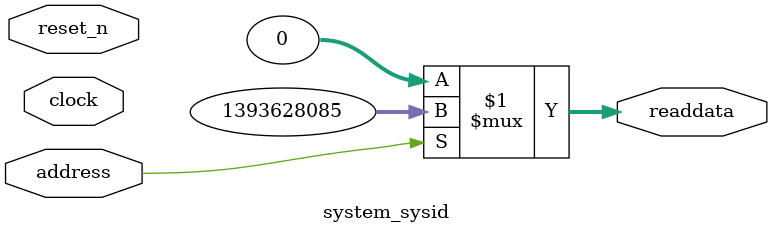
<source format=v>

`timescale 1ns / 1ps
// synthesis translate_on

// turn off superfluous verilog processor warnings 
// altera message_level Level1 
// altera message_off 10034 10035 10036 10037 10230 10240 10030 

module system_sysid (
               // inputs:
                address,
                clock,
                reset_n,

               // outputs:
                readdata
             )
;

  output  [ 31: 0] readdata;
  input            address;
  input            clock;
  input            reset_n;

  wire    [ 31: 0] readdata;
  //control_slave, which is an e_avalon_slave
  assign readdata = address ? 1393628085 : 0;

endmodule




</source>
